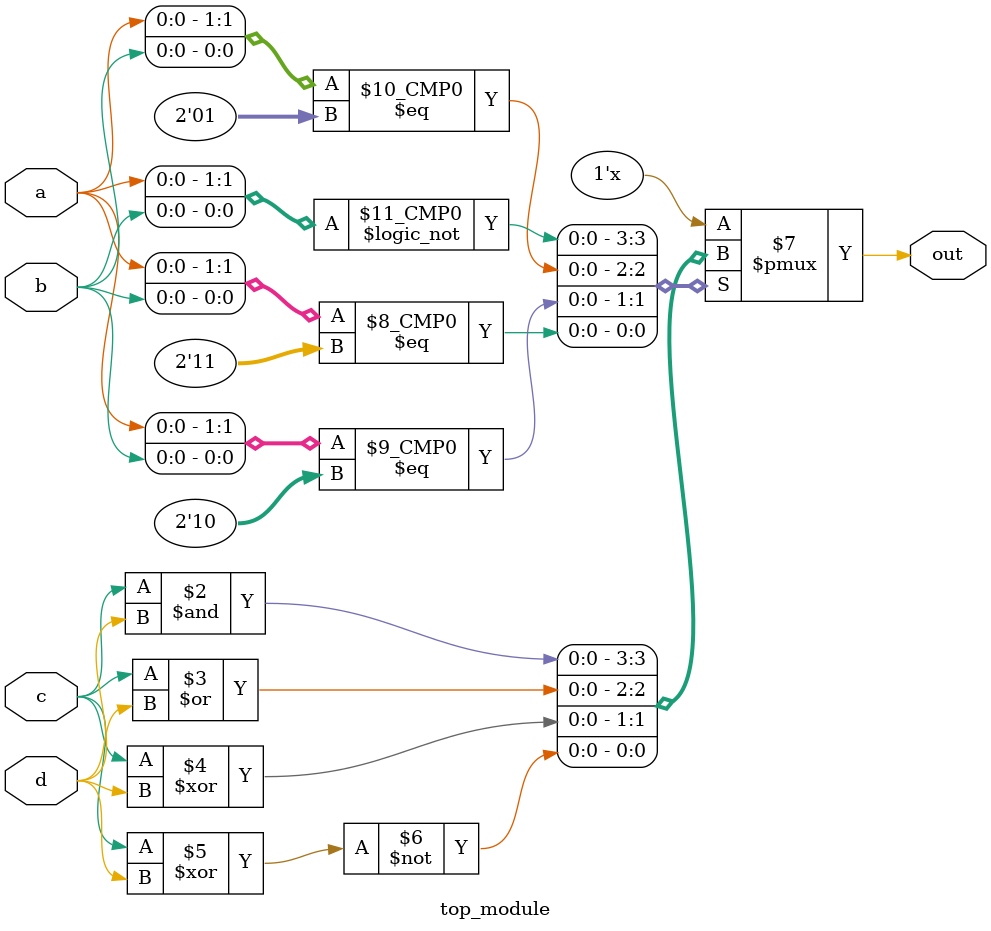
<source format=sv>
module top_module (
	input a, 
	input b,
	input c,
	input d,
	output reg out
);
	always @ (a, b, c, d) begin
		case ({a, b})
			2'b00: out = c & d;
			2'b01: out = c | d;
			2'b10: out = c ^ d;
			2'b11: out = ~(c ^ d);
		endcase
	end
endmodule

</source>
